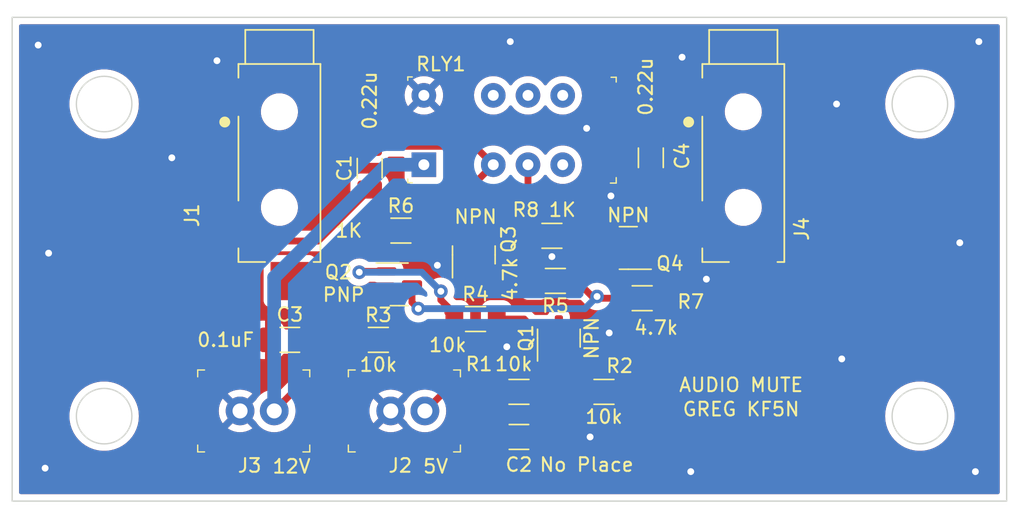
<source format=kicad_pcb>
(kicad_pcb (version 20211014) (generator pcbnew)
  (layers (0 "F.Cu" signal) (31 "B.Cu" signal) (36 "B.SilkS" user "B.Silkscreen") (37 "F.SilkS" user "F.Silkscreen") (38 "B.Mask" user) (39 "F.Mask" user) (44 "Edge.Cuts" user))
  (net 0 "")
  (net 1 "Net-(C1-Pad1)")
  (net 2 "Net-(C1-Pad2)")
  (net 3 "GND")
  (net 4 "Net-(C2-Pad2)")
  (net 5 "Net-(C3-Pad2)")
  (net 6 "Net-(C4-Pad2)")
  (net 7 "Net-(Q1-Pad1)")
  (net 8 "Net-(Q1-Pad3)")
  (net 9 "Net-(Q2-Pad1)")
  (net 10 "Net-(Q2-Pad3)")
  (net 11 "Net-(Q3-Pad1)")
  (net 12 "Net-(Q4-Pad1)")
  (net 17 "Net-(Q3-Pad3)")
  (net 18 "Net-(C4-Pad1)")
  (footprint "Resistor_SMD:R_1206_3216Metric_Pad1.30x1.75mm_HandSolder" (layer "F.Cu") (at 114.046 99.822)
    (fp_text reference "R2" (at 1.143 -1.905) (layer "F.SilkS"))
    (fp_text value "10k" (at 0 1.82) (layer "F.SilkS"))
    (fp_line (start -0.727064 0.91) (end 0.727064 0.91) (layer "F.SilkS") (width 0.12))
    (fp_line (start -0.727064 -0.91) (end 0.727064 -0.91) (layer "F.SilkS") (width 0.12))
    (pad "1" smd roundrect (at -1.55 0) (size 1.3 1.75) (layers "F.Cu" "F.Paste" "F.Mask") (roundrect_rratio 0.1923076923) (net 7 "Net-(Q1-Pad1)"))
    (pad "2" smd roundrect (at 1.55 0) (size 1.3 1.75) (layers "F.Cu" "F.Paste" "F.Mask") (roundrect_rratio 0.1923076923) (net 3 "GND"))
  )
  (footprint "Package_TO_SOT_SMD:SOT-23" (layer "F.Cu") (at 110.744 95.885 90)
    (fp_text reference "Q1" (at 0 -2.4 90) (layer "F.SilkS"))
    (fp_text value "NPN" (at 0 2.4 90) (layer "F.SilkS"))
    (fp_line (start 0 -1.56) (end 0.65 -1.56) (layer "F.SilkS") (width 0.12))
    (fp_line (start 0 1.56) (end -0.65 1.56) (layer "F.SilkS") (width 0.12))
    (fp_line (start 0 1.56) (end 0.65 1.56) (layer "F.SilkS") (width 0.12))
    (fp_line (start 0 -1.56) (end -1.675 -1.56) (layer "F.SilkS") (width 0.12))
    (pad "1" smd roundrect (at -0.9375 -0.95 90) (size 1.475 0.6) (layers "F.Cu" "F.Paste" "F.Mask") (net 7 "Net-(Q1-Pad1)"))
    (pad "2" smd roundrect (at -0.9375 0.95 90) (size 1.475 0.6) (layers "F.Cu" "F.Paste" "F.Mask") (net 3 "GND"))
    (pad "3" smd roundrect (at 0.9375 0 90) (size 1.475 0.6) (layers "F.Cu" "F.Paste" "F.Mask") (net 8 "Net-(Q1-Pad3)"))
  )
  (footprint "Package_TO_SOT_SMD:SOT-23" (layer "F.Cu") (at 104.521 89.789 90)
    (fp_text reference "Q3" (at 1.143 2.54 90) (layer "F.SilkS"))
    (fp_text value "NPN" (at 2.794 0.127 180) (layer "F.SilkS"))
    (fp_line (start 0 -1.56) (end 0.65 -1.56) (layer "F.SilkS") (width 0.12))
    (fp_line (start 0 -1.56) (end -1.675 -1.56) (layer "F.SilkS") (width 0.12))
    (fp_line (start 0 1.56) (end 0.65 1.56) (layer "F.SilkS") (width 0.12))
    (fp_line (start 0 1.56) (end -0.65 1.56) (layer "F.SilkS") (width 0.12))
    (pad "1" smd roundrect (at -0.9375 -0.95 90) (size 1.475 0.6) (layers "F.Cu" "F.Paste" "F.Mask") (net 11 "Net-(Q3-Pad1)"))
    (pad "2" smd roundrect (at -0.9375 0.95 90) (size 1.475 0.6) (layers "F.Cu" "F.Paste" "F.Mask") (net 3 "GND"))
    (pad "3" smd roundrect (at 0.9375 0 90) (size 1.475 0.6) (layers "F.Cu" "F.Paste" "F.Mask") (net 17 "Net-(Q3-Pad3)"))
  )
  (footprint "Capacitor_SMD:C_1206_3216Metric_Pad1.33x1.80mm_HandSolder" (layer "F.Cu") (at 107.823 103.124 180)
    (fp_text reference "C2" (at 0 -2.032) (layer "F.SilkS"))
    (fp_text value "No Place" (at -4.953 -2.032) (layer "F.SilkS"))
    (fp_line (start -0.711252 -0.91) (end 0.711252 -0.91) (layer "F.SilkS") (width 0.12))
    (fp_line (start -0.711252 0.91) (end 0.711252 0.91) (layer "F.SilkS") (width 0.12))
    (pad "1" smd roundrect (at -1.5625 0 180) (size 1.325 1.8) (layers "F.Cu" "F.Paste" "F.Mask") (roundrect_rratio 0.1886792453) (net 3 "GND"))
    (pad "2" smd roundrect (at 1.5625 0 180) (size 1.325 1.8) (layers "F.Cu" "F.Paste" "F.Mask") (roundrect_rratio 0.1886792453) (net 4 "Net-(C2-Pad2)"))
  )
  (footprint "digikey-footprints:PinHeader_1x2_P2.5mm_Drill1.1mm" (layer "F.Cu") (at 100.941 101.219 180)
    (fp_text reference "J2" (at 1.8 -4 180) (layer "F.SilkS"))
    (fp_text value "B2B-XH-A_LF__SN_")
    (fp_line (start -2.6 3) (end -2.1 3) (layer "F.SilkS") (width 0.1))
    (fp_line (start -2.6 -3) (end -2.1 -3) (layer "F.SilkS") (width 0.1))
    (fp_line (start -2.6 -3) (end -2.6 -2.5) (layer "F.SilkS") (width 0.1))
    (fp_line (start 5.6 -3) (end 5.6 -2.5) (layer "F.SilkS") (width 0.1))
    (fp_line (start -2.6 3) (end -2.6 2.5) (layer "F.SilkS") (width 0.1))
    (fp_line (start 5.6 3) (end 5.6 2.5) (layer "F.SilkS") (width 0.1))
    (fp_line (start 5.6 3) (end 5.1 3) (layer "F.SilkS") (width 0.1))
    (fp_line (start 5.6 -3) (end 5.1 -3) (layer "F.SilkS") (width 0.1))
    (pad "1" thru_hole circle locked (at 0 0 180) (size 2.1 2.1) (drill 1.1) (layers *.Cu *.Mask) (net 4 "Net-(C2-Pad2)"))
    (pad "2" thru_hole circle locked (at 2.5 0 180) (size 2.1 2.1) (drill 1.1) (layers *.Cu *.Mask) (net 3 "GND"))
  )
  (footprint "Resistor_SMD:R_1206_3216Metric_Pad1.30x1.75mm_HandSolder" (layer "F.Cu") (at 110.236 88.392)
    (fp_text reference "R8" (at -1.905 -1.905) (layer "F.SilkS"))
    (fp_text value "1K" (at 0.762 -1.905) (layer "F.SilkS"))
    (fp_line (start -0.727064 0.91) (end 0.727064 0.91) (layer "F.SilkS") (width 0.12))
    (fp_line (start -0.727064 -0.91) (end 0.727064 -0.91) (layer "F.SilkS") (width 0.12))
    (pad "1" smd roundrect (at -1.55 0) (size 1.3 1.75) (layers "F.Cu" "F.Paste" "F.Mask") (roundrect_rratio 0.1923076923) (net 17 "Net-(Q3-Pad3)"))
    (pad "2" smd roundrect (at 1.55 0) (size 1.3 1.75) (layers "F.Cu" "F.Paste" "F.Mask") (roundrect_rratio 0.1923076923) (net 18 "Net-(C4-Pad1)"))
  )
  (footprint "Capacitor_SMD:C_1206_3216Metric_Pad1.33x1.80mm_HandSolder" (layer "F.Cu") (at 96.901 83.439 90)
    (fp_text reference "C1" (at 0 -1.85 90) (layer "F.SilkS"))
    (fp_text value "0.22u" (at 4.953 0 90) (layer "F.SilkS"))
    (fp_line (start -0.711252 -0.91) (end 0.711252 -0.91) (layer "F.SilkS") (width 0.12))
    (fp_line (start -0.711252 0.91) (end 0.711252 0.91) (layer "F.SilkS") (width 0.12))
    (pad "1" smd roundrect (at -1.5625 0 90) (size 1.325 1.8) (layers "F.Cu" "F.Paste" "F.Mask") (roundrect_rratio 0.1886792453) (net 1 "Net-(C1-Pad1)"))
    (pad "2" smd roundrect (at 1.5625 0 90) (size 1.325 1.8) (layers "F.Cu" "F.Paste" "F.Mask") (roundrect_rratio 0.1886792453) (net 2 "Net-(C1-Pad2)"))
  )
  (footprint "digikey-footprints:Relay_THT_EC2" (layer "F.Cu") (at 100.865 78.105)
    (fp_text reference "RLY1" (at 1.243 -2.286) (layer "F.SilkS"))
    (fp_text value "EC2-12NU")
    (fp_line (start -1.175 6.4) (end -1.175 6.125) (layer "F.SilkS") (width 0.1))
    (fp_line (start 14.075 -1.325) (end 14.075 -0.975) (layer "F.SilkS") (width 0.1))
    (fp_line (start 14.075 6.425) (end 13.65 6.425) (layer "F.SilkS") (width 0.1))
    (fp_line (start -0.85 6.4) (end -1.175 6.4) (layer "F.SilkS") (width 0.1))
    (fp_line (start -0.85 -1.35) (end -1.175 -1.35) (layer "F.SilkS") (width 0.1))
    (fp_line (start -1.175 -1.35) (end -1.175 -1.1) (layer "F.SilkS") (width 0.1))
    (fp_line (start 14.075 6.025) (end 14.075 6.425) (layer "F.SilkS") (width 0.1))
    (fp_line (start 13.7 -1.325) (end 14.075 -1.325) (layer "F.SilkS") (width 0.1))
    (pad "1" thru_hole rect locked (at 0 5.08) (size 1.8 1.8) (drill 0.8) (layers *.Cu *.Mask) (net 5 "Net-(C3-Pad2)"))
    (pad "3" thru_hole circle locked (at 5.08 5.08) (size 1.8 1.8) (drill 0.8) (layers *.Cu *.Mask) (net 2 "Net-(C1-Pad2)"))
    (pad "4" thru_hole circle locked (at 7.62 5.08) (size 1.8 1.8) (drill 0.8) (layers *.Cu *.Mask) (net 18 "Net-(C4-Pad1)"))
    (pad "5" thru_hole circle locked (at 10.16 5.08) (size 1.8 1.8) (drill 0.8) (layers *.Cu *.Mask))
    (pad "8" thru_hole circle locked (at 10.16 0) (size 1.8 1.8) (drill 0.8) (layers *.Cu *.Mask))
    (pad "9" thru_hole circle locked (at 7.62 0) (size 1.8 1.8) (drill 0.8) (layers *.Cu *.Mask))
    (pad "10" thru_hole circle locked (at 5.08 0) (size 1.8 1.8) (drill 0.8) (layers *.Cu *.Mask))
    (pad "12" thru_hole circle locked (at 0 0) (size 1.8 1.8) (drill 0.8) (layers *.Cu *.Mask) (net 3 "GND"))
  )
  (footprint "Capacitor_SMD:C_1206_3216Metric_Pad1.33x1.80mm_HandSolder" (layer "F.Cu") (at 91.059 96.012)
    (fp_text reference "C3" (at 0 -1.85) (layer "F.SilkS"))
    (fp_text value "0.1uF" (at -4.699 0) (layer "F.SilkS"))
    (fp_line (start -0.711252 0.91) (end 0.711252 0.91) (layer "F.SilkS") (width 0.12))
    (fp_line (start -0.711252 -0.91) (end 0.711252 -0.91) (layer "F.SilkS") (width 0.12))
    (pad "1" smd roundrect (at -1.5625 0) (size 1.325 1.8) (layers "F.Cu" "F.Paste" "F.Mask") (roundrect_rratio 0.1886792453) (net 3 "GND"))
    (pad "2" smd roundrect (at 1.5625 0) (size 1.325 1.8) (layers "F.Cu" "F.Paste" "F.Mask") (roundrect_rratio 0.1886792453) (net 5 "Net-(C3-Pad2)"))
  )
  (footprint "Resistor_SMD:R_1206_3216Metric_Pad1.30x1.75mm_HandSolder" (layer "F.Cu") (at 97.536 96.012)
    (fp_text reference "R3" (at 0 -1.82) (layer "F.SilkS"))
    (fp_text value "10k" (at 0 1.82) (layer "F.SilkS"))
    (fp_line (start -0.727064 0.91) (end 0.727064 0.91) (layer "F.SilkS") (width 0.12))
    (fp_line (start -0.727064 -0.91) (end 0.727064 -0.91) (layer "F.SilkS") (width 0.12))
    (pad "1" smd roundrect (at -1.55 0) (size 1.3 1.75) (layers "F.Cu" "F.Paste" "F.Mask") (roundrect_rratio 0.1923076923) (net 5 "Net-(C3-Pad2)"))
    (pad "2" smd roundrect (at 1.55 0) (size 1.3 1.75) (layers "F.Cu" "F.Paste" "F.Mask") (roundrect_rratio 0.1923076923) (net 9 "Net-(Q2-Pad1)"))
  )
  (footprint "Resistor_SMD:R_1206_3216Metric_Pad1.30x1.75mm_HandSolder" (layer "F.Cu") (at 99.187 88.011)
    (fp_text reference "R6" (at 0 -1.82) (layer "F.SilkS"))
    (fp_text value "1K" (at -3.81 0) (layer "F.SilkS"))
    (fp_line (start -0.727064 -0.91) (end 0.727064 -0.91) (layer "F.SilkS") (width 0.12))
    (fp_line (start -0.727064 0.91) (end 0.727064 0.91) (layer "F.SilkS") (width 0.12))
    (pad "1" smd roundrect (at -1.55 0) (size 1.3 1.75) (layers "F.Cu" "F.Paste" "F.Mask") (roundrect_rratio 0.1923076923) (net 2 "Net-(C1-Pad2)"))
    (pad "2" smd roundrect (at 1.55 0) (size 1.3 1.75) (layers "F.Cu" "F.Paste" "F.Mask") (roundrect_rratio 0.1923076923) (net 17 "Net-(Q3-Pad3)"))
  )
  (footprint "Resistor_SMD:R_1206_3216Metric_Pad1.30x1.75mm_HandSolder" (layer "F.Cu") (at 116.84 92.964)
    (fp_text reference "R7" (at 3.556 0.254) (layer "F.SilkS"))
    (fp_text value "4.7k" (at 1.016 2.159) (layer "F.SilkS"))
    (fp_line (start -0.727064 0.91) (end 0.727064 0.91) (layer "F.SilkS") (width 0.12))
    (fp_line (start -0.727064 -0.91) (end 0.727064 -0.91) (layer "F.SilkS") (width 0.12))
    (pad "1" smd roundrect (at -1.55 0) (size 1.3 1.75) (layers "F.Cu" "F.Paste" "F.Mask") (roundrect_rratio 0.1923076923) (net 10 "Net-(Q2-Pad3)"))
    (pad "2" smd roundrect (at 1.55 0) (size 1.3 1.75) (layers "F.Cu" "F.Paste" "F.Mask") (roundrect_rratio 0.1923076923) (net 12 "Net-(Q4-Pad1)"))
  )
  (footprint "MJ-3523-SMT:CUI_MJ-3523-SMT" (layer "F.Cu") (at 124.24 83.06 90)
    (fp_text reference "J4" (at -4.824 4.284 90) (layer "F.SilkS") (effects (font (size 1.001882 1.001882))))
    (fp_text value "MJ-3523-SMT")
    (fp_line (start 9.75 2.5) (end 7.25 2.5) (layer "F.SilkS") (width 0.127))
    (fp_line (start 7.25 -2.5) (end 7.25 -3) (layer "F.SilkS") (width 0.127))
    (fp_line (start 7.25 -3) (end 6.25 -3) (layer "F.SilkS") (width 0.127))
    (fp_line (start -7.25 3) (end 7.25 3) (layer "F.SilkS") (width 0.127))
    (fp_line (start -7.25 -3) (end -7.25 -1.05) (layer "F.SilkS") (width 0.127))
    (fp_line (start 9.75 -2.5) (end 9.75 2.5) (layer "F.SilkS") (width 0.127))
    (fp_line (start 7.25 2.5) (end 7.25 -2.5) (layer "F.SilkS") (width 0.127))
    (fp_line (start 7.25 3) (end 7.25 2.5) (layer "F.SilkS") (width 0.127))
    (fp_line (start 3.4 -3) (end -2.75 -3) (layer "F.SilkS") (width 0.127))
    (fp_line (start 7.25 -2.5) (end 9.75 -2.5) (layer "F.SilkS") (width 0.127))
    (fp_line (start -7.25 2.5) (end -7.25 3) (layer "F.SilkS") (width 0.127))
    (fp_line (start -6.25 -3) (end -7.25 -3) (layer "F.SilkS") (width 0.127))
    (fp_circle (center 3 -4) (end 3.2 -4) (layer "F.SilkS") (width 0.4) (fill none))
    (pad "" np_thru_hole circle locked (at -3.25 0 90) (size 1.7 1.7) (drill 1.7) (layers *.Cu *.Mask))
    (pad "" np_thru_hole circle locked (at 3.75 0 90) (size 1.7 1.7) (drill 1.7) (layers *.Cu *.Mask))
    (pad "1" smd rect locked (at 4.85 -3.7 180) (size 2.8 2.2) (layers "F.Cu" "F.Paste" "F.Mask") (net 3 "GND"))
    (pad "2" smd rect locked (at -4.55 -3.7 180) (size 2.8 2.8) (layers "F.Cu" "F.Paste" "F.Mask") (net 6 "Net-(C4-Pad2)"))
    (pad "10" smd rect locked (at -8.65 0.75 180) (size 2.8 2.8) (layers "F.Cu" "F.Paste" "F.Mask"))
  )
  (footprint "Resistor_SMD:R_1206_3216Metric_Pad1.30x1.75mm_HandSolder" (layer "F.Cu") (at 104.648 94.488)
    (fp_text reference "R4" (at 0 -1.82) (layer "F.SilkS"))
    (fp_text value "10k" (at -2.032 1.905) (layer "F.SilkS"))
    (fp_line (start -0.727064 0.91) (end 0.727064 0.91) (layer "F.SilkS") (width 0.12))
    (fp_line (start -0.727064 -0.91) (end 0.727064 -0.91) (layer "F.SilkS") (width 0.12))
    (pad "1" smd roundrect (at -1.55 0) (size 1.3 1.75) (layers "F.Cu" "F.Paste" "F.Mask") (roundrect_rratio 0.1923076923) (net 9 "Net-(Q2-Pad1)"))
    (pad "2" smd roundrect (at 1.55 0) (size 1.3 1.75) (layers "F.Cu" "F.Paste" "F.Mask") (roundrect_rratio 0.1923076923) (net 8 "Net-(Q1-Pad3)"))
  )
  (footprint "Package_TO_SOT_SMD:SOT-23" (layer "F.Cu") (at 99.06 91.948)
    (fp_text reference "Q2" (at -4.445 -0.889) (layer "F.SilkS"))
    (fp_text value "PNP" (at -4.064 0.762) (layer "F.SilkS"))
    (fp_line (start 0 1.56) (end 0.65 1.56) (layer "F.SilkS") (width 0.12))
    (fp_line (start 0 -1.56) (end 0.65 -1.56) (layer "F.SilkS") (width 0.12))
    (fp_line (start 0 -1.56) (end -1.675 -1.56) (layer "F.SilkS") (width 0.12))
    (fp_line (start 0 1.56) (end -0.65 1.56) (layer "F.SilkS") (width 0.12))
    (pad "1" smd roundrect (at -0.9375 -0.95) (size 1.475 0.6) (layers "F.Cu" "F.Paste" "F.Mask") (net 9 "Net-(Q2-Pad1)"))
    (pad "2" smd roundrect (at -0.9375 0.95) (size 1.475 0.6) (layers "F.Cu" "F.Paste" "F.Mask") (net 5 "Net-(C3-Pad2)"))
    (pad "3" smd roundrect (at 0.9375 0) (size 1.475 0.6) (layers "F.Cu" "F.Paste" "F.Mask") (net 10 "Net-(Q2-Pad3)"))
  )
  (footprint "MJ-3523-SMT:CUI_MJ-3523-SMT" (layer "F.Cu") (at 90.297 83.058 90)
    (fp_text reference "J1" (at -3.832215 -6.397035 90) (layer "F.SilkS") (effects (font (size 1.001882 1.001882))))
    (fp_text value "MJ-3523-SMT")
    (fp_line (start -7.25 3) (end 7.25 3) (layer "F.SilkS") (width 0.127))
    (fp_line (start 7.25 -3) (end 6.25 -3) (layer "F.SilkS") (width 0.127))
    (fp_line (start 9.75 -2.5) (end 9.75 2.5) (layer "F.SilkS") (width 0.127))
    (fp_line (start -7.25 -3) (end -7.25 -1.05) (layer "F.SilkS") (width 0.127))
    (fp_line (start 7.25 2.5) (end 7.25 -2.5) (layer "F.SilkS") (width 0.127))
    (fp_line (start -7.25 2.5) (end -7.25 3) (layer "F.SilkS") (width 0.127))
    (fp_line (start 7.25 -2.5) (end 9.75 -2.5) (layer "F.SilkS") (width 0.127))
    (fp_line (start 7.25 -2.5) (end 7.25 -3) (layer "F.SilkS") (width 0.127))
    (fp_line (start 7.25 3) (end 7.25 2.5) (layer "F.SilkS") (width 0.127))
    (fp_line (start 3.4 -3) (end -2.75 -3) (layer "F.SilkS") (width 0.127))
    (fp_line (start -6.25 -3) (end -7.25 -3) (layer "F.SilkS") (width 0.127))
    (fp_line (start 9.75 2.5) (end 7.25 2.5) (layer "F.SilkS") (width 0.127))
    (fp_circle (center 3 -4) (end 3.2 -4) (layer "F.SilkS") (width 0.4) (fill none))
    (pad "" np_thru_hole circle locked (at 3.75 0 90) (size 1.7 1.7) (drill 1.7) (layers *.Cu *.Mask))
    (pad "" np_thru_hole circle locked (at -3.25 0 90) (size 1.7 1.7) (drill 1.7) (layers *.Cu *.Mask))
    (pad "1" smd rect locked (at 4.85 -3.7 180) (size 2.8 2.2) (layers "F.Cu" "F.Paste" "F.Mask") (net 3 "GND"))
    (pad "2" smd rect locked (at -4.55 -3.7 180) (size 2.8 2.8) (layers "F.Cu" "F.Paste" "F.Mask") (net 1 "Net-(C1-Pad1)"))
    (pad "10" smd rect locked (at -8.65 0.75 180) (size 2.8 2.8) (layers "F.Cu" "F.Paste" "F.Mask"))
  )
  (footprint "Resistor_SMD:R_1206_3216Metric_Pad1.30x1.75mm_HandSolder" (layer "F.Cu") (at 107.823 99.822)
    (fp_text reference "R1" (at -2.921 -2.032) (layer "F.SilkS"))
    (fp_text value "10k" (at -0.381 -2.032) (layer "F.SilkS"))
    (fp_line (start -0.727064 0.91) (end 0.727064 0.91) (layer "F.SilkS") (width 0.12))
    (fp_line (start -0.727064 -0.91) (end 0.727064 -0.91) (layer "F.SilkS") (width 0.12))
    (pad "1" smd roundrect (at -1.55 0) (size 1.3 1.75) (layers "F.Cu" "F.Paste" "F.Mask") (roundrect_rratio 0.1923076923) (net 4 "Net-(C2-Pad2)"))
    (pad "2" smd roundrect (at 1.55 0) (size 1.3 1.75) (layers "F.Cu" "F.Paste" "F.Mask") (roundrect_rratio 0.1923076923) (net 7 "Net-(Q1-Pad1)"))
  )
  (footprint "Package_TO_SOT_SMD:SOT-23" (layer "F.Cu") (at 115.824 89.281 180)
    (fp_text reference "Q4" (at -3.048 -1.143) (layer "F.SilkS"))
    (fp_text value "NPN" (at 0 2.4) (layer "F.SilkS"))
    (fp_line (start 0 -1.56) (end -1.675 -1.56) (layer "F.SilkS") (width 0.12))
    (fp_line (start 0 1.56) (end 0.65 1.56) (layer "F.SilkS") (width 0.12))
    (fp_line (start 0 1.56) (end -0.65 1.56) (layer "F.SilkS") (width 0.12))
    (fp_line (start 0 -1.56) (end 0.65 -1.56) (layer "F.SilkS") (width 0.12))
    (pad "1" smd roundrect (at -0.9375 -0.95 180) (size 1.475 0.6) (layers "F.Cu" "F.Paste" "F.Mask") (net 12 "Net-(Q4-Pad1)"))
    (pad "2" smd roundrect (at -0.9375 0.95 180) (size 1.475 0.6) (layers "F.Cu" "F.Paste" "F.Mask") (net 18 "Net-(C4-Pad1)"))
    (pad "3" smd roundrect (at 0.9375 0 180) (size 1.475 0.6) (layers "F.Cu" "F.Paste" "F.Mask") (net 3 "GND"))
  )
  (footprint "digikey-footprints:PinHeader_1x2_P2.5mm_Drill1.1mm" (layer "F.Cu") (at 89.916 101.219 180)
    (fp_text reference "J3" (at 1.8 -4 180) (layer "F.SilkS"))
    (fp_text value "B2B-XH-A_LF__SN_")
    (fp_line (start 5.6 3) (end 5.6 2.5) (layer "F.SilkS") (width 0.1))
    (fp_line (start 5.6 -3) (end 5.1 -3) (layer "F.SilkS") (width 0.1))
    (fp_line (start 5.6 -3) (end 5.6 -2.5) (layer "F.SilkS") (width 0.1))
    (fp_line (start -2.6 3) (end -2.6 2.5) (layer "F.SilkS") (width 0.1))
    (fp_line (start -2.6 3) (end -2.1 3) (layer "F.SilkS") (width 0.1))
    (fp_line (start -2.6 -3) (end -2.1 -3) (layer "F.SilkS") (width 0.1))
    (fp_line (start 5.6 3) (end 5.1 3) (layer "F.SilkS") (width 0.1))
    (fp_line (start -2.6 -3) (end -2.6 -2.5) (layer "F.SilkS") (width 0.1))
    (pad "1" thru_hole circle locked (at 0 0 180) (size 2.1 2.1) (drill 1.1) (layers *.Cu *.Mask) (net 5 "Net-(C3-Pad2)"))
    (pad "2" thru_hole circle locked (at 2.5 0 180) (size 2.1 2.1) (drill 1.1) (layers *.Cu *.Mask) (net 3 "GND"))
  )
  (footprint "Capacitor_SMD:C_1206_3216Metric_Pad1.33x1.80mm_HandSolder" (layer "F.Cu") (at 117.475 82.677 90)
    (fp_text reference "C4" (at 0.127 2.286 90) (layer "F.SilkS"))
    (fp_text value "0.22u" (at 5.207 -0.381 90) (layer "F.SilkS"))
    (fp_line (start -0.711252 0.91) (end 0.711252 0.91) (layer "F.SilkS") (width 0.12))
    (fp_line (start -0.711252 -0.91) (end 0.711252 -0.91) (layer "F.SilkS") (width 0.12))
    (pad "1" smd roundrect (at -1.5625 0 90) (size 1.325 1.8) (layers "F.Cu" "F.Paste" "F.Mask") (roundrect_rratio 0.1886792453) (net 18 "Net-(C4-Pad1)"))
    (pad "2" smd roundrect (at 1.5625 0 90) (size 1.325 1.8) (layers "F.Cu" "F.Paste" "F.Mask") (roundrect_rratio 0.1886792453) (net 6 "Net-(C4-Pad2)"))
  )
  (footprint "Resistor_SMD:R_1206_3216Metric_Pad1.30x1.75mm_HandSolder" (layer "F.Cu") (at 110.49 91.694 180)
    (fp_text reference "R5" (at 0 -1.82) (layer "F.SilkS"))
    (fp_text value "4.7k" (at 3.302 0.127 90) (layer "F.SilkS"))
    (fp_line (start -0.727064 -0.91) (end 0.727064 -0.91) (layer "F.SilkS") (width 0.12))
    (fp_line (start -0.727064 0.91) (end 0.727064 0.91) (layer "F.SilkS") (width 0.12))
    (pad "1" smd roundrect (at -1.55 0 180) (size 1.3 1.75) (layers "F.Cu" "F.Paste" "F.Mask") (roundrect_rratio 0.1923076923) (net 10 "Net-(Q2-Pad3)"))
    (pad "2" smd roundrect (at 1.55 0 180) (size 1.3 1.75) (layers "F.Cu" "F.Paste" "F.Mask") (roundrect_rratio 0.1923076923) (net 11 "Net-(Q3-Pad1)"))
  )
  (gr_circle (center 77.47 78.74) (end 79.502 78.74) (layer "Edge.Cuts") (width 0.1) (fill none))
  (gr_rect (start 70.739 72.39) (end 143.51 107.823) (layer "Edge.Cuts") (width 0.1) (fill none))
  (gr_circle (center 137.16 101.6) (end 139.192 101.6) (layer "Edge.Cuts") (width 0.1) (fill none))
  (gr_circle (center 137.16 78.74) (end 139.192 78.74) (layer "Edge.Cuts") (width 0.1) (fill none))
  (gr_circle (center 77.47 101.6) (end 79.502 101.6) (layer "Edge.Cuts") (width 0.1) (fill none))
  (gr_text "GREG KF5N" (at 124.079 101.092) (layer "F.SilkS") (effects (font (size 1 1))))
  (gr_text "12V" (at 91.186 105.283) (layer "F.SilkS") (effects (font (size 1 1))))
  (gr_text "5V" (at 101.727 105.283) (layer "F.SilkS") (effects (font (size 1 1))))
  (gr_text "AUDIO MUTE" (at 124.079 99.314) (layer "F.SilkS") (effects (font (size 1 1))))
  (segment (start 86.597 87.608) (end 87.762 88.773) (width 0.5) (layer "F.Cu") (net 1))
  (segment (start 87.762 88.773) (end 93.1295 88.773) (width 0.5) (layer "F.Cu") (net 1))
  (segment (start 93.1295 88.773) (end 96.901 85.0015) (width 0.5) (layer "F.Cu") (net 1))
  (segment (start 96.942011 81.835489) (end 96.901 81.8765) (width 0.5) (layer "F.Cu") (net 2))
  (segment (start 105.945 83.185) (end 104.595489 81.835489) (width 0.5) (layer "F.Cu") (net 2))
  (segment (start 102.87 85.471) (end 103.659 85.471) (width 0.5) (layer "F.Cu") (net 2))
  (segment (start 103.659 85.471) (end 105.945 83.185) (width 0.5) (layer "F.Cu") (net 2))
  (segment (start 98.96152 86.68648) (end 98.98752 86.68648) (width 0.5) (layer "F.Cu") (net 2))
  (segment (start 100.203 85.471) (end 102.87 85.471) (width 0.5) (layer "F.Cu") (net 2))
  (segment (start 98.98752 86.68648) (end 100.203 85.471) (width 0.5) (layer "F.Cu") (net 2))
  (segment (start 104.595489 81.835489) (end 96.942011 81.835489) (width 0.5) (layer "F.Cu") (net 2))
  (segment (start 97.637 88.011) (end 98.96152 86.68648) (width 0.5) (layer "F.Cu") (net 2))
  (via (at 141.478 74.168) (size 1) (drill 0.5) (layers "F.Cu" "B.Cu") (net 3))
  (via (at 110.236 89.916) (size 1) (drill 0.5) (layers "F.Cu" "B.Cu") (net 3))
  (via (at 101.854 90.551) (size 1) (drill 0.5) (layers "F.Cu" "B.Cu") (net 3))
  (via (at 107.188 74.168) (size 1) (drill 0.5) (layers "F.Cu" "B.Cu") (net 3))
  (via (at 119.761 75.311) (size 1) (drill 0.5) (layers "F.Cu" "B.Cu") (net 3))
  (via (at 114.554 85.471) (size 1) (drill 0.5) (layers "F.Cu" "B.Cu") (net 3))
  (via (at 112.776 80.518) (size 1) (drill 0.5) (layers "F.Cu" "B.Cu") (net 3))
  (via (at 106.934 96.52) (size 1) (drill 0.5) (layers "F.Cu" "B.Cu") (net 3))
  (via (at 73.152 105.41) (size 1) (drill 0.5) (layers "F.Cu" "B.Cu") (net 3))
  (via (at 120.396 105.664) (size 1) (drill 0.5) (layers "F.Cu" "B.Cu") (net 3))
  (via (at 73.406 89.662) (size 1) (drill 0.5) (layers "F.Cu" "B.Cu") (net 3))
  (via (at 114.427 95.504) (size 1) (drill 0.5) (layers "F.Cu" "B.Cu") (net 3))
  (via (at 141.224 105.664) (size 1) (drill 0.5) (layers "F.Cu" "B.Cu") (net 3))
  (via (at 82.423 82.677) (size 1) (drill 0.5) (layers "F.Cu" "B.Cu") (net 3))
  (via (at 121.539 91.567) (size 1) (drill 0.5) (layers "F.Cu" "B.Cu") (net 3))
  (via (at 131.064 78.74) (size 1) (drill 0.5) (layers "F.Cu" "B.Cu") (net 3))
  (via (at 113.03 103.124) (size 1) (drill 0.5) (layers "F.Cu" "B.Cu") (net 3))
  (via (at 85.725 75.565) (size 1) (drill 0.5) (layers "F.Cu" "B.Cu") (net 3))
  (via (at 72.644 74.422) (size 1) (drill 0.5) (layers "F.Cu" "B.Cu") (net 3))
  (via (at 131.445 97.409) (size 1) (drill 0.5) (layers "F.Cu" "B.Cu") (net 3))
  (via (at 140.081 88.9) (size 1) (drill 0.5) (layers "F.Cu" "B.Cu") (net 3))
  (segment (start 106.273 99.822) (end 106.273 103.1115) (width 0.5) (layer "F.Cu") (net 4))
  (segment (start 100.965 101.219) (end 102.362 99.822) (width 0.5) (layer "F.Cu") (net 4))
  (segment (start 102.362 99.822) (end 106.273 99.822) (width 0.5) (layer "F.Cu") (net 4))
  (segment (start 106.273 103.1115) (end 106.2605 103.124) (width 0.5) (layer "F.Cu") (net 4))
  (segment (start 97.9295 93.091) (end 98.1225 92.898) (width 0.5) (layer "F.Cu") (net 5))
  (segment (start 92.6215 96.012) (end 92.6215 98.5085) (width 0.5) (layer "F.Cu") (net 5))
  (segment (start 97.155 93.091) (end 97.9295 93.091) (width 0.5) (layer "F.Cu") (net 5))
  (segment (start 95.986 94.26) (end 97.155 93.091) (width 0.5) (layer "F.Cu") (net 5))
  (segment (start 92.6215 98.5085) (end 89.911 101.219) (width 0.5) (layer "F.Cu") (net 5))
  (segment (start 92.6215 96.012) (end 95.986 96.012) (width 0.5) (layer "F.Cu") (net 5))
  (segment (start 95.986 96.012) (end 95.986 94.26) (width 0.5) (layer "F.Cu") (net 5))
  (segment (start 89.911 101.219) (end 89.911 94.139) (width 1) (layer "B.Cu") (net 5))
  (segment (start 100.865 83.185) (end 98.171 83.185) (width 1) (layer "B.Cu") (net 5))
  (segment (start 98.171 83.185) (end 89.911 91.445) (width 1) (layer "B.Cu") (net 5))
  (segment (start 89.911 91.445) (end 89.911 94.139) (width 1) (layer "B.Cu") (net 5))
  (segment (start 120.54 84.1795) (end 117.475 81.1145) (width 0.5) (layer "F.Cu") (net 6))
  (segment (start 120.54 87.61) (end 120.54 84.1795) (width 0.5) (layer "F.Cu") (net 6))
  (segment (start 109.794 99.401) (end 109.373 99.822) (width 0.5) (layer "F.Cu") (net 7))
  (segment (start 112.496 99.822) (end 109.373 99.822) (width 0.5) (layer "F.Cu") (net 7))
  (segment (start 109.794 96.8225) (end 109.794 99.401) (width 0.5) (layer "F.Cu") (net 7))
  (segment (start 108.204 94.488) (end 106.198 94.488) (width 0.5) (layer "F.Cu") (net 8))
  (segment (start 108.6635 94.9475) (end 108.204 94.488) (width 0.5) (layer "F.Cu") (net 8))
  (segment (start 110.744 94.9475) (end 108.6635 94.9475) (width 0.5) (layer "F.Cu") (net 8))
  (segment (start 102.616 93.599) (end 102.616 94.006) (width 0.5) (layer "F.Cu") (net 9))
  (segment (start 99.086 96.012) (end 101.574 96.012) (width 0.5) (layer "F.Cu") (net 9))
  (segment (start 102.108 92.456) (end 102.108 93.091) (width 0.5) (layer "F.Cu") (net 9))
  (segment (start 98.1225 90.998) (end 96.2 90.998) (width 0.5) (layer "F.Cu") (net 9))
  (segment (start 96.2 90.998) (end 96.139 91.059) (width 0.5) (layer "F.Cu") (net 9))
  (segment (start 101.574 96.012) (end 103.098 94.488) (width 0.5) (layer "F.Cu") (net 9))
  (segment (start 102.108 93.091) (end 102.616 93.599) (width 0.5) (layer "F.Cu") (net 9))
  (via (at 96.139 91.059) (size 1) (drill 0.5) (layers "F.Cu" "B.Cu") (net 9))
  (via (at 102.108 92.456) (size 1) (drill 0.5) (layers "F.Cu" "B.Cu") (net 9))
  (segment (start 100.711 91.059) (end 102.108 92.456) (width 0.5) (layer "B.Cu") (net 9))
  (segment (start 96.139 91.059) (end 100.711 91.059) (width 0.5) (layer "B.Cu") (net 9))
  (segment (start 113.792 92.964) (end 113.665 92.964) (width 0.5) (layer "F.Cu") (net 10))
  (segment (start 113.665 92.964) (end 113.538 92.837) (width 0.5) (layer "F.Cu") (net 10))
  (segment (start 99.9975 93.2665) (end 100.457 93.726) (width 0.5) (layer "F.Cu") (net 10))
  (segment (start 115.29 92.964) (end 113.792 92.964) (width 0.5) (layer "F.Cu") (net 10))
  (segment (start 113.538 92.837) (end 113.183 92.837) (width 0.5) (layer "F.Cu") (net 10))
  (segment (start 99.9975 91.948) (end 99.9975 93.2665) (width 0.5) (layer "F.Cu") (net 10))
  (segment (start 113.183 92.837) (end 112.04 91.694) (width 0.5) (layer "F.Cu") (net 10))
  (via (at 100.457 93.726) (size 1) (drill 0.5) (layers "F.Cu" "B.Cu") (net 10))
  (via (at 113.538 92.837) (size 1) (drill 0.5) (layers "F.Cu" "B.Cu") (net 10))
  (segment (start 112.649 93.726) (end 113.538 92.837) (width 0.5) (layer "B.Cu") (net 10))
  (segment (start 100.457 93.726) (end 112.649 93.726) (width 0.5) (layer "B.Cu") (net 10))
  (segment (start 108.94 91.694) (end 108.72048 91.91352) (width 0.5) (layer "F.Cu") (net 11))
  (segment (start 103.85152 91.91352) (end 103.632 91.694) (width 0.5) (layer "F.Cu") (net 11))
  (segment (start 108.72048 91.91352) (end 103.85152 91.91352) (width 0.5) (layer "F.Cu") (net 11))
  (segment (start 103.632 91.694) (end 103.632 90.7875) (width 0.5) (layer "F.Cu") (net 11))
  (segment (start 103.632 90.7875) (end 103.571 90.7265) (width 0.5) (layer "F.Cu") (net 11))
  (segment (start 116.8275 90.297) (end 116.7615 90.231) (width 0.5) (layer "F.Cu") (net 12))
  (segment (start 118.39 91.085) (end 117.602 90.297) (width 0.5) (layer "F.Cu") (net 12))
  (segment (start 117.602 90.297) (end 116.8275 90.297) (width 0.5) (layer "F.Cu") (net 12))
  (segment (start 118.39 92.964) (end 118.39 91.085) (width 0.5) (layer "F.Cu") (net 12))
  (segment (start 108.2265 88.8515) (end 108.686 88.392) (width 0.5) (layer "F.Cu") (net 17))
  (segment (start 101.5775 88.8515) (end 100.737 88.011) (width 0.5) (layer "F.Cu") (net 17))
  (segment (start 104.521 88.8515) (end 108.2265 88.8515) (width 0.5) (layer "F.Cu") (net 17))
  (segment (start 104.521 88.8515) (end 101.5775 88.8515) (width 0.5) (layer "F.Cu") (net 17))
  (segment (start 108.485 84.863) (end 108.485 83.185) (width 0.5) (layer "F.Cu") (net 18))
  (segment (start 116.7615 84.953) (end 117.475 84.2395) (width 0.5) (layer "F.Cu") (net 18))
  (segment (start 111.786 88.392) (end 111.786 88.164) (width 0.5) (layer "F.Cu") (net 18))
  (segment (start 111.786 88.392) (end 116.7005 88.392) (width 0.5) (layer "F.Cu") (net 18))
  (segment (start 116.7615 88.331) (end 116.7615 84.953) (width 0.5) (layer "F.Cu") (net 18))
  (segment (start 116.7005 88.392) (end 116.7615 88.331) (width 0.5) (layer "F.Cu") (net 18))
  (segment (start 111.786 88.164) (end 108.485 84.863) (width 0.5) (layer "F.Cu") (net 18))
  (zone (net 0) (net_name "") (layer "F.Cu") (name "Q1 keepout") (connect_pads (clearance 0)) (min_thickness 0.254)
    (keepout (tracks not_allowed) (vias not_allowed) (pads not_allowed) (copperpour not_allowed) (footprints allowed))
    (fill (thermal_gap 0.508) (thermal_bridge_width 0.508))
    (polygon (pts (xy 110.998 99.06) (xy 110.49 99.06) (xy 110.49 96.266) (xy 110.998 96.266)))
  )
  (zone (net 0) (net_name "") (layer "F.Cu") (name "C3 keepout") (connect_pads (clearance 0)) (min_thickness 0.254)
    (keepout (tracks not_allowed) (vias not_allowed) (pads not_allowed) (copperpour not_allowed) (footprints allowed))
    (fill (thermal_gap 0.508) (thermal_bridge_width 0.508))
    (polygon (pts (xy 91.694 97.028) (xy 90.424 97.028) (xy 90.424 95.25) (xy 91.694 95.25)))
  )
  (zone (net 0) (net_name "") (layer "F.Cu") (name "R2 keepout") (connect_pads (clearance 0)) (min_thickness 0.254)
    (keepout (tracks not_allowed) (vias not_allowed) (pads not_allowed) (copperpour not_allowed) (footprints allowed))
    (fill (thermal_gap 0.508) (thermal_bridge_width 0.508))
    (polygon (pts (xy 114.808 100.584) (xy 113.284 100.584) (xy 113.284 99.06) (xy 114.808 99.06)))
  )
  (zone (net 0) (net_name "") (layer "F.Cu") (name "C2 keepout") (connect_pads (clearance 0)) (min_thickness 0.254)
    (keepout (tracks not_allowed) (vias not_allowed) (pads not_allowed) (copperpour not_allowed) (footprints allowed))
    (fill (thermal_gap 0.508) (thermal_bridge_width 0.508))
    (polygon (pts (xy 108.458 103.886) (xy 107.188 103.886) (xy 107.188 102.362) (xy 108.458 102.362)))
  )
  (zone (net 3) (net_name "GND") (layer "F.Cu") (connect_pads (clearance 0.508)) (min_thickness 0.254) (fill yes (thermal_gap 0.508) (thermal_bridge_width 0.508))
    (polygon (pts (xy 144.78 109.22) (xy 69.85 109.22) (xy 69.85 71.12) (xy 144.78 71.12)))
  )
  (zone (net 3) (net_name "GND") (layer "B.Cu") (connect_pads (clearance 0.508)) (min_thickness 0.254) (fill yes (thermal_gap 0.508) (thermal_bridge_width 0.508))
    (polygon (pts (xy 144.78 109.22) (xy 69.85 109.22) (xy 69.85 71.12) (xy 144.78 71.12)))
  )
)
</source>
